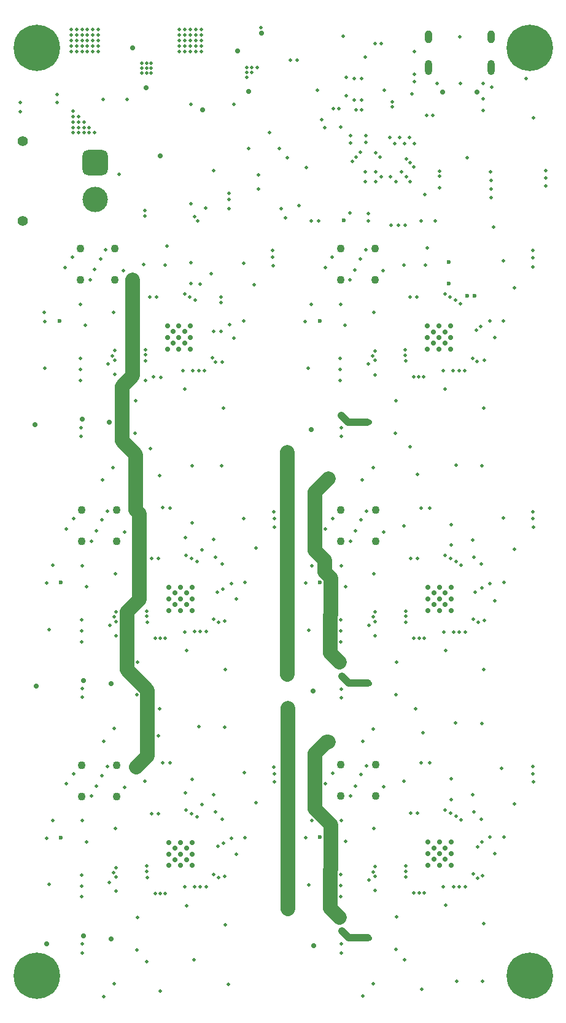
<source format=gbr>
%TF.GenerationSoftware,KiCad,Pcbnew,9.0.0*%
%TF.CreationDate,2025-05-05T23:42:48+04:00*%
%TF.ProjectId,Dumpling_Main,44756d70-6c69-46e6-975f-4d61696e2e6b,rev?*%
%TF.SameCoordinates,Original*%
%TF.FileFunction,Copper,L3,Inr*%
%TF.FilePolarity,Positive*%
%FSLAX46Y46*%
G04 Gerber Fmt 4.6, Leading zero omitted, Abs format (unit mm)*
G04 Created by KiCad (PCBNEW 9.0.0) date 2025-05-05 23:42:48*
%MOMM*%
%LPD*%
G01*
G04 APERTURE LIST*
G04 Aperture macros list*
%AMRoundRect*
0 Rectangle with rounded corners*
0 $1 Rounding radius*
0 $2 $3 $4 $5 $6 $7 $8 $9 X,Y pos of 4 corners*
0 Add a 4 corners polygon primitive as box body*
4,1,4,$2,$3,$4,$5,$6,$7,$8,$9,$2,$3,0*
0 Add four circle primitives for the rounded corners*
1,1,$1+$1,$2,$3*
1,1,$1+$1,$4,$5*
1,1,$1+$1,$6,$7*
1,1,$1+$1,$8,$9*
0 Add four rect primitives between the rounded corners*
20,1,$1+$1,$2,$3,$4,$5,0*
20,1,$1+$1,$4,$5,$6,$7,0*
20,1,$1+$1,$6,$7,$8,$9,0*
20,1,$1+$1,$8,$9,$2,$3,0*%
G04 Aperture macros list end*
%TA.AperFunction,ComponentPad*%
%ADD10C,0.800000*%
%TD*%
%TA.AperFunction,ComponentPad*%
%ADD11C,6.400000*%
%TD*%
%TA.AperFunction,ComponentPad*%
%ADD12O,1.000000X2.100000*%
%TD*%
%TA.AperFunction,ComponentPad*%
%ADD13O,1.000000X1.800000*%
%TD*%
%TA.AperFunction,ComponentPad*%
%ADD14C,1.400000*%
%TD*%
%TA.AperFunction,ComponentPad*%
%ADD15RoundRect,0.770000X0.980000X-0.980000X0.980000X0.980000X-0.980000X0.980000X-0.980000X-0.980000X0*%
%TD*%
%TA.AperFunction,ComponentPad*%
%ADD16C,3.500000*%
%TD*%
%TA.AperFunction,ComponentPad*%
%ADD17C,1.100000*%
%TD*%
%TA.AperFunction,HeatsinkPad*%
%ADD18C,1.100000*%
%TD*%
%TA.AperFunction,ViaPad*%
%ADD19C,0.500000*%
%TD*%
%TA.AperFunction,ViaPad*%
%ADD20C,0.600000*%
%TD*%
%TA.AperFunction,ViaPad*%
%ADD21C,0.700000*%
%TD*%
%TA.AperFunction,Conductor*%
%ADD22C,2.000000*%
%TD*%
%TA.AperFunction,Conductor*%
%ADD23C,1.000000*%
%TD*%
G04 APERTURE END LIST*
D10*
%TO.N,N/C*%
%TO.C,H3*%
X99400000Y-176000000D03*
X98697056Y-177697056D03*
X98697056Y-174302944D03*
X97000000Y-178400000D03*
D11*
X97000000Y-176000000D03*
D10*
X97000000Y-173600000D03*
X95302944Y-177697056D03*
X95302944Y-174302944D03*
X94600000Y-176000000D03*
%TD*%
%TO.N,N/C*%
%TO.C,H1*%
X94600000Y-48000000D03*
X95302944Y-46302944D03*
X95302944Y-49697056D03*
X97000000Y-45600000D03*
D11*
X97000000Y-48000000D03*
D10*
X97000000Y-50400000D03*
X98697056Y-46302944D03*
X98697056Y-49697056D03*
X99400000Y-48000000D03*
%TD*%
%TO.N,N/C*%
%TO.C,H2*%
X162600000Y-176000000D03*
X163302944Y-174302944D03*
X163302944Y-177697056D03*
X165000000Y-173600000D03*
D11*
X165000000Y-176000000D03*
D10*
X165000000Y-178400000D03*
X166697056Y-174302944D03*
X166697056Y-177697056D03*
X167400000Y-176000000D03*
%TD*%
%TO.N,N/C*%
%TO.C,H4*%
X162600000Y-48000000D03*
X163302944Y-46302944D03*
X163302944Y-49697056D03*
X165000000Y-45600000D03*
D11*
X165000000Y-48000000D03*
D10*
X165000000Y-50400000D03*
X166697056Y-46302944D03*
X166697056Y-49697056D03*
X167400000Y-48000000D03*
%TD*%
D12*
%TO.N,GND*%
%TO.C,J3*%
X159670000Y-50740000D03*
D13*
X159670000Y-46540000D03*
D12*
X151030000Y-50740000D03*
D13*
X151030000Y-46540000D03*
%TD*%
D14*
%TO.N,*%
%TO.C,J4*%
X95075000Y-71900000D03*
X95075000Y-60900000D03*
D15*
%TO.N,GND*%
X105075000Y-63900000D03*
D16*
%TO.N,Net-(J4-P)*%
X105075000Y-68900000D03*
%TD*%
D17*
%TO.N,GND*%
%TO.C,J8*%
X103005500Y-75719500D03*
X103005500Y-80019500D03*
X107805500Y-75719500D03*
X107805500Y-80019500D03*
%TD*%
%TO.N,GND*%
%TO.C,J11*%
X103229352Y-111777298D03*
X103229352Y-116077298D03*
X108029352Y-111777298D03*
X108029352Y-116077298D03*
%TD*%
%TO.N,GND*%
%TO.C,J14*%
X138949170Y-111787845D03*
X138949170Y-116087845D03*
X143749170Y-111787845D03*
X143749170Y-116087845D03*
%TD*%
%TO.N,GND*%
%TO.C,J17*%
X103229352Y-146977298D03*
X103229352Y-151277298D03*
X108029352Y-146977298D03*
X108029352Y-151277298D03*
%TD*%
%TO.N,GND*%
%TO.C,J20*%
X138949170Y-146934422D03*
X138949170Y-151234422D03*
X143749170Y-146934422D03*
X143749170Y-151234422D03*
%TD*%
D18*
%TO.N,GND*%
%TO.C,J23*%
X138891670Y-75730048D03*
X138891670Y-80030048D03*
X143691670Y-75730048D03*
X143691670Y-80030048D03*
%TD*%
D19*
%TO.N,GND*%
X122625000Y-91400000D03*
%TO.N,+3V3*%
X121625000Y-91400000D03*
X104750000Y-48500000D03*
X134943670Y-154596039D03*
X121623852Y-153457798D03*
X110874852Y-132771707D03*
X113124127Y-93425873D03*
X103250000Y-45500000D03*
X141934761Y-107636957D03*
X140200000Y-70800000D03*
X147943670Y-127268345D03*
X104750000Y-46250000D03*
X117500000Y-150800000D03*
X112848852Y-153682798D03*
X110600000Y-101200000D03*
X154793670Y-141200000D03*
X157900000Y-127300000D03*
X103250000Y-46250000D03*
X167250000Y-66000000D03*
X134943670Y-119449462D03*
X104000000Y-46250000D03*
X112625000Y-82425000D03*
X104000000Y-45500000D03*
X165461170Y-78250000D03*
X146543670Y-172414922D03*
X106272443Y-143684207D03*
X143543670Y-155714922D03*
X101750000Y-46250000D03*
X129518413Y-75956587D03*
X120300000Y-70160000D03*
X129798852Y-114107798D03*
X149686156Y-93436421D03*
X127600000Y-67525000D03*
X104000000Y-47750000D03*
X104750000Y-45500000D03*
X157700000Y-91300000D03*
X134886170Y-83391665D03*
X110874852Y-167971707D03*
X101750000Y-47000000D03*
X157343670Y-153414922D03*
X107823852Y-120557798D03*
X146543670Y-137268345D03*
X129575000Y-78050000D03*
X103250000Y-47750000D03*
X146486170Y-101210548D03*
X112000000Y-91200000D03*
X105500000Y-45500000D03*
X150750000Y-57375000D03*
X147886170Y-91210548D03*
X129742265Y-147214385D03*
X149100000Y-51690000D03*
X148511170Y-82435548D03*
X102500000Y-48500000D03*
X118297500Y-69525000D03*
X112223852Y-127257798D03*
X101750000Y-48500000D03*
X110823852Y-137257798D03*
D20*
X156400000Y-82250000D03*
D19*
X150550000Y-68275000D03*
X106272443Y-178884207D03*
X101750000Y-45500000D03*
D20*
X153850000Y-80500000D03*
D19*
X149743656Y-164640795D03*
X110823852Y-172457798D03*
X156400000Y-63200000D03*
X122100000Y-162500000D03*
X103250000Y-48500000D03*
X98000000Y-84500000D03*
X105500000Y-46250000D03*
X107600000Y-84500000D03*
X102500000Y-47750000D03*
X157800000Y-162600000D03*
X144970000Y-53900000D03*
X145900000Y-72500000D03*
X143486170Y-84510548D03*
X104000000Y-48500000D03*
X114023838Y-164683671D03*
X148568670Y-118493345D03*
X111950000Y-71200003D03*
X157343670Y-118268345D03*
X107823852Y-155757798D03*
X143543670Y-120568345D03*
X165462083Y-112024932D03*
X114023838Y-129483671D03*
X101750000Y-47750000D03*
X158575000Y-55075000D03*
X118700000Y-173800000D03*
X165461170Y-76000000D03*
X147943670Y-162414922D03*
X106048591Y-107626409D03*
X149743656Y-129494218D03*
X154193670Y-151739922D03*
X105500000Y-48500000D03*
X99223852Y-154638915D03*
X165518670Y-149264922D03*
X150000000Y-71900000D03*
X146594670Y-132782254D03*
X104750000Y-47750000D03*
X129742265Y-112014385D03*
X104750000Y-47000000D03*
X141055243Y-56568407D03*
X105500000Y-47750000D03*
X138950000Y-58955000D03*
X165462083Y-147171509D03*
X112848852Y-118482798D03*
X104000000Y-47000000D03*
X102500000Y-45500000D03*
X148568670Y-153639922D03*
X142750000Y-70900000D03*
X102500000Y-46250000D03*
X122400000Y-82400000D03*
X117500000Y-115600000D03*
X105500000Y-47000000D03*
X129798852Y-149307798D03*
X129100000Y-59700000D03*
X102500000Y-47000000D03*
X146537170Y-96724457D03*
X118250000Y-80525000D03*
X110651000Y-96713909D03*
X165518670Y-114118345D03*
X112223852Y-162457798D03*
X103250000Y-47000000D03*
X146594670Y-167928831D03*
X99223852Y-119438915D03*
X141992261Y-178841331D03*
X121623852Y-118257798D03*
X154193670Y-116593345D03*
X141992261Y-143694754D03*
X154931095Y-176818905D03*
X121374936Y-64950064D03*
X122100000Y-127300000D03*
%TO.N,SDIO_D7*%
X159650000Y-68700000D03*
X152600000Y-65050000D03*
%TO.N,IMU_INT*%
X147968506Y-63378321D03*
X149100000Y-52710000D03*
%TO.N,I2C3_SCL*%
X144509880Y-47446707D03*
X148500000Y-63900000D03*
%TO.N,Net-(U26-EN)*%
X118300000Y-55850000D03*
X124180000Y-55839000D03*
%TO.N,Net-(U25-EN)*%
X109499000Y-55169000D03*
X106150000Y-55150000D03*
D21*
%TO.N,Net-(U26-SW)*%
X126261000Y-54070000D03*
X124680000Y-48489000D03*
%TO.N,Net-(U25-SW)*%
X112050000Y-53569000D03*
X110250000Y-48019000D03*
D19*
%TO.N,USART_RX*%
X138650000Y-56400000D03*
X141650000Y-62450000D03*
%TO.N,I2C3_SDA*%
X143696733Y-47446680D03*
X149038654Y-64442168D03*
%TO.N,USART_TX*%
X141075000Y-63100000D03*
X137900000Y-56400000D03*
%TO.N,co6_SPI1_MOSI*%
X161462083Y-156946509D03*
X162918670Y-152364922D03*
%TO.N,SPI2_NSS6*%
X134500000Y-163500000D03*
X143750000Y-62463174D03*
X155518670Y-154514922D03*
%TO.N,co5_SPI1_MOSI*%
X125742265Y-156989385D03*
X127211352Y-152200000D03*
%TO.N,SPI2_NSS5*%
X98700000Y-163457798D03*
X144500000Y-65800000D03*
X119798852Y-152400000D03*
%TO.N,co2_SPI1_MOSI*%
X161404583Y-85742135D03*
X162861170Y-81160548D03*
%TO.N,co4_SPI1_MOSI*%
X161462083Y-121799932D03*
X162918670Y-117218345D03*
%TO.N,SPI2_NSS4*%
X134500000Y-128400000D03*
X152600000Y-65750003D03*
X155518670Y-119368345D03*
%TO.N,SPI2_NSS2*%
X152600000Y-67350000D03*
X134400000Y-92210548D03*
X155461170Y-83310548D03*
%TO.N,co1_SPI1_MOSI*%
X125518413Y-85731587D03*
X126975000Y-80700000D03*
%TO.N,co3_SPI1_MOSI*%
X127211352Y-117000000D03*
X125742265Y-121789385D03*
%TO.N,SPI2_NSS3*%
X134850000Y-71900000D03*
X119798852Y-117300000D03*
X98700000Y-128300000D03*
%TO.N,SPI2_NSS1*%
X135850000Y-71900000D03*
X98100000Y-92200000D03*
X119500000Y-80600000D03*
%TO.N,SPI2_SCK*%
X119098852Y-154107798D03*
X154818670Y-154064922D03*
X148536826Y-66463174D03*
X119098852Y-118907798D03*
X154818670Y-118918345D03*
X118875000Y-82850000D03*
X154761170Y-82860548D03*
%TO.N,SPI2_MISO*%
X118125000Y-82400000D03*
X154068670Y-118468345D03*
X118348852Y-153657798D03*
X154011170Y-82410548D03*
X147950000Y-65800000D03*
X118348852Y-118457798D03*
X154068670Y-153614922D03*
%TO.N,SPI2_MOSI*%
X117623852Y-153207798D03*
X153343670Y-153164922D03*
X153343670Y-118018345D03*
X147350000Y-65150000D03*
X117623852Y-118007798D03*
X117400000Y-81950000D03*
X153286170Y-81960548D03*
%TO.N,SPI1_NSS*%
X123550000Y-68100000D03*
X142300000Y-65150000D03*
%TO.N,SPI1_SCK*%
X142300000Y-66475000D03*
X130750000Y-70200000D03*
%TO.N,SPI1_MISO*%
X143750000Y-65150000D03*
X123550000Y-68925000D03*
%TO.N,SPI1_MOSI*%
X131350000Y-71450000D03*
X143750000Y-66450000D03*
%TO.N,co6_FLASH_WP*%
X150443658Y-164639855D03*
X154150000Y-148850000D03*
%TO.N,co6_FLASH_HOLD*%
X161100000Y-147400000D03*
X147910127Y-160871173D03*
%TO.N,co5_FLASH_WP*%
X114723840Y-164682731D03*
X118450000Y-148950000D03*
%TO.N,co5_FLASH_HOLD*%
X112190309Y-160914049D03*
X125600000Y-148000000D03*
%TO.N,co4_FLASH_WP*%
X154172610Y-113776947D03*
X150443658Y-129493278D03*
%TO.N,co4_FLASH_HOLD*%
X147910127Y-125724596D03*
X161350000Y-112850000D03*
%TO.N,co3_FLASH_WP*%
X114723840Y-129482731D03*
X118450000Y-113550000D03*
%TO.N,co3_FLASH_HOLD*%
X125550000Y-112950000D03*
X112190309Y-125714049D03*
%TO.N,co2_FLASH_WP*%
X150386158Y-93435481D03*
D20*
X153850000Y-77600000D03*
D19*
%TO.N,co2_FLASH_HOLD*%
X147852627Y-89666799D03*
X161350000Y-77400000D03*
%TO.N,Trigger*%
X160213083Y-159200000D03*
X136750000Y-59000000D03*
X124525000Y-159300000D03*
X124200000Y-88050000D03*
X124500000Y-124050000D03*
X160144087Y-88019087D03*
X160212083Y-124273440D03*
%TO.N,I2C2_SCL*%
X122400000Y-87125000D03*
X122700000Y-122700000D03*
X158225000Y-86425000D03*
X158400000Y-157600000D03*
X146885000Y-72485000D03*
X158400000Y-122500000D03*
X122773852Y-157750000D03*
%TO.N,I2C2_SDA*%
X147800000Y-72500000D03*
X147861170Y-90410548D03*
X147918670Y-161614922D03*
X111975000Y-90400000D03*
X112198852Y-126457798D03*
X112198852Y-161657798D03*
X147918670Y-126468345D03*
%TO.N,I2C1_SCL*%
X119187500Y-71900000D03*
%TO.N,I2C1_SDA*%
X118750000Y-71325000D03*
%TO.N,co1_FLASH_WP*%
X114100000Y-93450000D03*
X118250000Y-77650000D03*
%TO.N,co1_FLASH_HOLD*%
X125550000Y-77750000D03*
X111966457Y-89656251D03*
%TO.N,buzzer*%
X131550000Y-63150000D03*
X140306587Y-61106587D03*
%TO.N,Net-(SW1-B)*%
X139700000Y-52090000D03*
X158575000Y-56675000D03*
%TO.N,BOOT0*%
X139700000Y-54615000D03*
X142400000Y-60150000D03*
%TO.N,VBAT*%
X108375000Y-65425000D03*
%TO.N,co6_gpio1*%
X143693670Y-162364922D03*
X154493670Y-163739922D03*
%TO.N,co6_pwr_cyc*%
X157800000Y-158300000D03*
X142793670Y-162814922D03*
%TO.N,co6_gpio2*%
X143400000Y-161714922D03*
X155293670Y-163739922D03*
%TO.N,co6_gpio4*%
X139617575Y-157514922D03*
X157200000Y-162021017D03*
%TO.N,co6_gpio3*%
X156099765Y-163739922D03*
X143693670Y-161000000D03*
%TO.N,co6_USB_D-_ESD*%
X141749170Y-148300000D03*
X140939170Y-149844422D03*
X151200000Y-146700000D03*
%TO.N,co5_gpio2*%
X107623852Y-161801581D03*
X119573852Y-163782798D03*
%TO.N,co5_gpio4*%
X121400000Y-162063893D03*
X103897757Y-157557798D03*
%TO.N,co5_pwr_cyc*%
X107050000Y-163150000D03*
X122000000Y-158200000D03*
%TO.N,co5_gpio3*%
X107981926Y-161112344D03*
X120379947Y-163782798D03*
%TO.N,co5_gpio1*%
X118773852Y-163782798D03*
X107973852Y-162407798D03*
%TO.N,co5_USB_D-_ESD*%
X105219352Y-149887298D03*
X115400000Y-146700000D03*
X106021477Y-148407875D03*
%TO.N,co4_gpio4*%
X157200000Y-126874440D03*
X139617575Y-122368345D03*
%TO.N,co4_pwr_cyc*%
X142793670Y-127668345D03*
X157500000Y-123100000D03*
%TO.N,co4_gpio1*%
X154493670Y-128593345D03*
X143693670Y-127218345D03*
%TO.N,co4_gpio2*%
X143400000Y-126500000D03*
X155293670Y-128593345D03*
%TO.N,co4_gpio3*%
X156099765Y-128593345D03*
X143693670Y-125800000D03*
%TO.N,co4_USB_D-_ESD*%
X151200000Y-111500000D03*
X141749170Y-113100000D03*
X140939170Y-114697845D03*
%TO.N,co3_gpio4*%
X121400000Y-126863893D03*
X103897757Y-122357798D03*
%TO.N,co3_gpio2*%
X107700000Y-126500000D03*
X119573852Y-128582798D03*
%TO.N,co3_pwr_cyc*%
X121900000Y-123100000D03*
X107073852Y-127657798D03*
%TO.N,co3_gpio3*%
X120379947Y-128582798D03*
X107973852Y-125807798D03*
%TO.N,co3_gpio1*%
X118773852Y-128582798D03*
X107973852Y-127207798D03*
%TO.N,co3_USB_D-_ESD*%
X105219352Y-114687298D03*
X115400000Y-111500000D03*
X106029352Y-113100000D03*
%TO.N,co2_gpio2*%
X155236170Y-92535548D03*
X143300000Y-90510548D03*
%TO.N,co2_gpio3*%
X143636170Y-89860548D03*
X156042265Y-92535548D03*
%TO.N,co2_pwr_cyc*%
X157600000Y-87000000D03*
X142736170Y-91610548D03*
%TO.N,co2_gpio1*%
X143637517Y-91160480D03*
X154436170Y-92535548D03*
%TO.N,co2_gpio4*%
X139560075Y-86310548D03*
X157100000Y-90825000D03*
%TO.N,co1_USB_D-_ESD*%
X115000000Y-75400000D03*
X104995500Y-78629500D03*
X105785500Y-77109500D03*
%TO.N,co1_gpio4*%
X103673905Y-86300000D03*
X121200000Y-90806095D03*
%TO.N,co1_pwr_cyc*%
X106850000Y-91600000D03*
X121375000Y-87100000D03*
%TO.N,co1_gpio3*%
X107750000Y-89750000D03*
X120156095Y-92525000D03*
%TO.N,co1_gpio2*%
X107400000Y-90500000D03*
X119350000Y-92525000D03*
%TO.N,co1_gpio1*%
X107750000Y-91150000D03*
X118550000Y-92525000D03*
%TO.N,co2_USB_D-_ESD*%
X150886170Y-75600000D03*
X141671670Y-77120048D03*
X140881670Y-78640048D03*
%TO.N,SDIO_CMD*%
X167250000Y-64950000D03*
X145720924Y-60350000D03*
%TO.N,SDIO_CLK*%
X159650000Y-67500000D03*
X146400000Y-61200000D03*
%TO.N,SDIO_D2*%
X147750000Y-61200000D03*
X159625000Y-65125000D03*
%TO.N,SDIO_D3*%
X147070924Y-60350000D03*
X159650000Y-66300000D03*
%TO.N,SWCLK*%
X99850000Y-55600000D03*
X148420924Y-60350000D03*
%TO.N,SWDIO*%
X149100000Y-61200000D03*
X99850000Y-54475000D03*
%TO.N,co6_RGB_LED*%
X159543670Y-156900000D03*
D20*
X136075765Y-156938922D03*
%TO.N,co5_RGB_LED*%
X100355947Y-156981798D03*
D19*
X123823852Y-157100000D03*
%TO.N,co4_RGB_LED*%
X159543670Y-121900000D03*
D20*
X136075765Y-121792345D03*
D19*
%TO.N,co3_RGB_LED*%
X123823852Y-121900000D03*
D20*
X100355947Y-121781798D03*
%TO.N,co2_RGB_LED*%
X136018265Y-85734548D03*
D19*
X159487731Y-85700000D03*
%TO.N,co1_RGB_LED*%
X123600000Y-86200000D03*
D20*
X100132095Y-85724000D03*
D19*
%TO.N,RGB_LED*%
X140297250Y-60127520D03*
X130425000Y-61900000D03*
%TO.N,VBUS*%
X147623670Y-77960548D03*
X104579352Y-151257798D03*
X142443670Y-147114922D03*
X140299170Y-151214922D03*
X104579352Y-116057798D03*
X142443670Y-111968345D03*
X106723852Y-147157798D03*
X140299170Y-116068345D03*
X111961352Y-149207798D03*
X142386170Y-75910548D03*
X104355500Y-80000000D03*
X106723852Y-111957798D03*
X111961352Y-114007798D03*
D21*
X152950000Y-54137500D03*
X157750000Y-54137500D03*
X114050000Y-62937500D03*
D19*
X147681170Y-149164922D03*
X140241670Y-80010548D03*
X106500000Y-75900000D03*
X147681170Y-114018345D03*
X111737500Y-77950000D03*
%TO.N,co6_NRST*%
X147700000Y-173839221D03*
X146000000Y-55462834D03*
X153082252Y-163782252D03*
%TO.N,co5_NRST*%
X112200000Y-174100000D03*
X117398852Y-163788711D03*
X146000000Y-56162837D03*
%TO.N,co4_NRST*%
X144380913Y-63094087D03*
X153118670Y-128599258D03*
X149300000Y-139231655D03*
%TO.N,co3_NRST*%
X146550000Y-66450000D03*
X117398852Y-128588711D03*
X113950000Y-139200000D03*
%TO.N,co2_NRST*%
X145800000Y-65800000D03*
X148500000Y-103100000D03*
X153061170Y-92541461D03*
D21*
%TO.N,+5V*%
X142943670Y-170914922D03*
D19*
X117450000Y-47750000D03*
X159750000Y-53475000D03*
X119700000Y-47750000D03*
D21*
X119900000Y-56600000D03*
D19*
X119700000Y-45500000D03*
X116700000Y-47750000D03*
X116700000Y-47000000D03*
D21*
X96750000Y-100000000D03*
D19*
X117450000Y-46250000D03*
X117450000Y-47000000D03*
X118950000Y-46250000D03*
X119700000Y-47000000D03*
X117450000Y-45500000D03*
D21*
X107223852Y-135757798D03*
D19*
X118950000Y-48500000D03*
X118950000Y-45500000D03*
X118200000Y-47000000D03*
X118200000Y-48500000D03*
D21*
X127980000Y-45979500D03*
D19*
X116700000Y-45500000D03*
X118200000Y-46250000D03*
X116700000Y-46250000D03*
X119700000Y-48500000D03*
X127950000Y-45249982D03*
X118200000Y-45500000D03*
D21*
X107223852Y-170957798D03*
X98350000Y-171600000D03*
D19*
X118200000Y-47750000D03*
D21*
X142943670Y-135768345D03*
D19*
X116700000Y-48500000D03*
D21*
X142886170Y-99710548D03*
D19*
X117450000Y-48500000D03*
X139250000Y-46450000D03*
X118950000Y-47000000D03*
D21*
X107000000Y-99700000D03*
X96950000Y-136100000D03*
D19*
X119700000Y-46250000D03*
X118950000Y-47750000D03*
%TO.N,VIN*%
X102000000Y-59750000D03*
X105000000Y-59750000D03*
D21*
X134877190Y-100722810D03*
D19*
X102750000Y-59000000D03*
D21*
X103473852Y-135307798D03*
D19*
X104250000Y-59000000D03*
X102000000Y-57500000D03*
X104250000Y-59750000D03*
X102750000Y-57500000D03*
D21*
X103473852Y-170507798D03*
D19*
X103500000Y-58250000D03*
X103500000Y-59750000D03*
X102000000Y-56750000D03*
X102000000Y-58250000D03*
D21*
X103250000Y-99250000D03*
D19*
X102750000Y-59750000D03*
X103500000Y-59000000D03*
D21*
X135077190Y-136722810D03*
D19*
X102750000Y-58250000D03*
D21*
X135177190Y-171922810D03*
D19*
X102000000Y-59000000D03*
%TO.N,co1_NRST*%
X112700000Y-103300000D03*
X142750000Y-71900000D03*
X117175000Y-92530913D03*
D21*
%TO.N,GND*%
X150962575Y-157596017D03*
X115018905Y-86381095D03*
X150962575Y-122449440D03*
D19*
X121423852Y-151082798D03*
D21*
X153305075Y-87191643D03*
X153362575Y-123249440D03*
D19*
X127455000Y-50704500D03*
X158700000Y-127000000D03*
D21*
X153362575Y-159996017D03*
D19*
X109148852Y-150007798D03*
X138993670Y-119468345D03*
X157143670Y-151039922D03*
X149492261Y-118494754D03*
D21*
X115242757Y-125638893D03*
D19*
X107723852Y-177157798D03*
D21*
X152562575Y-122449440D03*
X150905075Y-89591643D03*
D20*
X139340000Y-71787500D03*
D19*
X107723852Y-141957798D03*
X138993670Y-154614922D03*
X139000000Y-101600000D03*
D21*
X154162575Y-122449440D03*
X154105075Y-89591643D03*
D19*
X153311170Y-95135548D03*
D21*
X150905075Y-87991643D03*
X154162575Y-160796017D03*
D19*
X111500000Y-50159500D03*
X138943670Y-165114922D03*
X138880075Y-90904453D03*
X137786170Y-76910548D03*
X129525000Y-76930000D03*
X134036170Y-85810548D03*
X98150000Y-85800000D03*
D21*
X118442757Y-122438893D03*
X117642757Y-123238893D03*
X152562575Y-160796017D03*
X152562575Y-157596017D03*
X151762575Y-124849440D03*
D19*
X159975000Y-72775000D03*
D21*
X118442757Y-124038893D03*
D19*
X117648852Y-131182798D03*
X103273852Y-119457798D03*
X109148852Y-114807798D03*
X138937575Y-162108827D03*
X98373852Y-121857798D03*
X103323852Y-171657798D03*
X165512500Y-57687500D03*
X144868670Y-114818345D03*
X122623852Y-154457798D03*
D21*
X154105075Y-87991643D03*
D19*
X158343670Y-154414922D03*
X103223852Y-129957798D03*
X158525000Y-162200000D03*
X150653907Y-77970995D03*
X114750000Y-78000000D03*
X122900000Y-127100000D03*
X126680000Y-50704500D03*
D21*
X154162575Y-159196017D03*
D19*
X138886170Y-93910548D03*
D21*
X116842757Y-125638893D03*
X151762575Y-159996017D03*
D19*
X103217757Y-126951703D03*
X122973852Y-133782798D03*
X117648852Y-166382798D03*
X101900000Y-76900000D03*
D21*
X116842757Y-160838893D03*
D19*
X112800000Y-51459500D03*
D21*
X152505075Y-86391643D03*
D19*
X139043670Y-171614922D03*
D21*
X151762575Y-123249440D03*
D19*
X125955000Y-50704500D03*
X125955000Y-52079500D03*
X142300000Y-49300000D03*
D21*
X116842757Y-124038893D03*
D19*
X113772443Y-153684207D03*
X167250000Y-67050000D03*
X149075000Y-48500000D03*
X101123852Y-114382798D03*
X103223852Y-163657798D03*
X113772443Y-118484207D03*
D21*
X153362575Y-124849440D03*
X115242757Y-160838893D03*
X154162575Y-157596017D03*
D19*
X149043655Y-129500000D03*
D21*
X115018905Y-87981095D03*
D19*
X155350000Y-46540000D03*
D21*
X116842757Y-122438893D03*
D19*
X113548591Y-82426409D03*
X136843670Y-149539922D03*
X114006095Y-178143905D03*
X165468670Y-112998345D03*
X133195000Y-69800000D03*
X148986170Y-93431530D03*
X103217757Y-162151703D03*
X136843670Y-114393345D03*
X123406095Y-177193905D03*
D21*
X154162575Y-124049440D03*
X152505075Y-87991643D03*
D19*
X153368670Y-166339922D03*
X101123852Y-149582798D03*
X158693670Y-133793345D03*
X121423852Y-115882798D03*
D21*
X117642757Y-124838893D03*
D19*
X122973852Y-168982798D03*
D21*
X154162575Y-125649440D03*
X151762575Y-158396017D03*
X115242757Y-159238893D03*
D19*
X107973852Y-164357798D03*
X102993905Y-90893905D03*
X150056170Y-111493345D03*
X132930000Y-49755000D03*
D21*
X117642757Y-160038893D03*
D19*
X153368670Y-131193345D03*
D20*
X157400000Y-82250000D03*
D19*
X103125000Y-101650000D03*
D21*
X116618905Y-87981095D03*
D19*
X143693670Y-164314922D03*
D21*
X116842757Y-159238893D03*
D19*
X165468670Y-148144922D03*
D21*
X117642757Y-158438893D03*
D19*
X103000000Y-92400000D03*
X139043670Y-136468345D03*
D21*
X151705075Y-88791643D03*
D19*
X113323852Y-164678780D03*
D21*
X115242757Y-122438893D03*
D19*
X125955000Y-51379500D03*
X139050000Y-137725000D03*
X103273852Y-154657798D03*
D21*
X154105075Y-86391643D03*
X117418905Y-88781095D03*
D19*
X155400000Y-52900000D03*
X143386170Y-105910548D03*
D21*
X152562575Y-159196017D03*
D19*
X122925000Y-162300000D03*
X143443670Y-141968345D03*
X117425000Y-95125000D03*
X134155000Y-64550000D03*
X138943670Y-163614922D03*
X103223852Y-128457798D03*
X103000000Y-93900000D03*
X113323852Y-129478780D03*
X122623852Y-119257798D03*
D21*
X116042757Y-158438893D03*
D19*
X111975000Y-93950000D03*
X151650000Y-57375000D03*
X152200000Y-52900000D03*
X150100000Y-177900000D03*
X94700000Y-56870000D03*
X137843670Y-148114922D03*
D21*
X150962575Y-124049440D03*
X150962575Y-159196017D03*
D19*
X126680000Y-51379500D03*
X144868670Y-149964922D03*
X121100000Y-79200000D03*
X129748852Y-112987798D03*
X129748852Y-148187798D03*
X144811170Y-78760548D03*
X137843670Y-112968345D03*
X157143670Y-115893345D03*
X114336352Y-111482798D03*
X112150000Y-50159500D03*
X138936170Y-83410548D03*
X111500000Y-50809500D03*
X135750000Y-53900000D03*
X151950000Y-71900000D03*
D21*
X118218905Y-87981095D03*
D19*
X114336352Y-146682798D03*
D21*
X118442757Y-157638893D03*
D19*
X158631170Y-168877422D03*
X141800000Y-52300000D03*
X158506095Y-176843905D03*
X112150000Y-51459500D03*
X148775000Y-54375000D03*
X138937575Y-126962250D03*
X150056170Y-146639922D03*
X140525000Y-63700000D03*
D21*
X115818905Y-88781095D03*
X152562575Y-125649440D03*
D19*
X103323852Y-136457798D03*
D21*
X153362575Y-158396017D03*
X115242757Y-124038893D03*
D19*
X138886170Y-92410548D03*
X103050000Y-83400000D03*
D21*
X116842757Y-157638893D03*
X118442757Y-125638893D03*
D19*
X112800000Y-50809500D03*
D21*
X115818905Y-87181095D03*
D19*
X136275000Y-57965000D03*
D21*
X118218905Y-89581095D03*
D19*
X139043670Y-172900000D03*
D21*
X116618905Y-86381095D03*
X116618905Y-89581095D03*
D19*
X112150000Y-50809500D03*
X141825000Y-56600000D03*
X143693670Y-129168345D03*
X126225000Y-61875000D03*
X138943670Y-129968345D03*
X149434761Y-82436957D03*
D21*
X150962575Y-160796017D03*
X115242757Y-157638893D03*
D19*
X149492261Y-153641331D03*
D21*
X118442757Y-160838893D03*
D19*
X112800000Y-50159500D03*
X107750000Y-93100000D03*
X158636170Y-97735548D03*
X149511170Y-106843905D03*
X122400000Y-83200000D03*
D21*
X116042757Y-124838893D03*
D19*
X149043670Y-164635904D03*
X111950000Y-70450000D03*
D21*
X116042757Y-160038893D03*
D19*
X158368670Y-141225000D03*
X122750000Y-97725000D03*
X138943670Y-128468345D03*
X143636170Y-93110548D03*
X103223852Y-165157798D03*
X138986170Y-100410548D03*
X134093670Y-157014922D03*
D21*
X115018905Y-89581095D03*
D19*
X123550000Y-70201000D03*
X136786170Y-78335548D03*
D21*
X116042757Y-123238893D03*
X153305075Y-88791643D03*
D19*
X107973852Y-129157798D03*
X150268670Y-142525000D03*
X103100000Y-100400000D03*
X143443670Y-177114922D03*
X158700000Y-91120000D03*
D21*
X152562575Y-124049440D03*
D19*
X158575000Y-52900000D03*
D21*
X150962575Y-125649440D03*
X152505075Y-89591643D03*
D19*
X108925000Y-78750000D03*
X103325000Y-172925000D03*
X100900000Y-78325000D03*
D21*
X117418905Y-87181095D03*
D19*
X102123852Y-148157798D03*
X103325000Y-137625000D03*
X127597500Y-65520000D03*
D21*
X151705075Y-87191643D03*
X118218905Y-86381095D03*
D19*
X98373852Y-157057798D03*
X107500000Y-105900000D03*
X158343670Y-119268345D03*
X165461170Y-77000000D03*
X111500000Y-51459500D03*
X134093670Y-121868345D03*
X102123852Y-112957798D03*
X164500000Y-52225000D03*
D21*
X118442757Y-159238893D03*
X150905075Y-86391643D03*
D19*
%TO.N,NRST*%
X94700000Y-55600000D03*
X131970000Y-49755000D03*
X142400000Y-61100000D03*
%TO.N,I2C1_SDA*%
X140800000Y-55200000D03*
%TO.N,I2C1_SCL*%
X141800000Y-55187500D03*
%TO.N,+3V3*%
X154831095Y-105618905D03*
%TO.N,GND*%
X158406095Y-105643905D03*
%TO.N,+3V3*%
X119331095Y-141697596D03*
%TO.N,GND*%
X113806095Y-142943905D03*
X122906095Y-141722596D03*
X113925000Y-106996309D03*
X122500000Y-105700000D03*
%TO.N,+3V3*%
X118450000Y-105671309D03*
X140800000Y-52300000D03*
%TD*%
D22*
%TO.N,VBUS*%
X110250000Y-80000000D02*
X110250000Y-93250000D01*
X110250000Y-93250000D02*
X108750000Y-94750000D01*
X109423852Y-125826148D02*
X109423852Y-133805774D01*
X108750000Y-102250000D02*
X110653886Y-104153886D01*
X108750000Y-94750000D02*
X108750000Y-102250000D01*
X112274852Y-145725148D02*
X110750000Y-147250000D01*
X111130352Y-112289289D02*
X111130352Y-124119648D01*
X110653886Y-111812823D02*
X111130352Y-112289289D01*
X110653886Y-104153886D02*
X110653886Y-111812823D01*
X111130352Y-124119648D02*
X109423852Y-125826148D01*
X109423852Y-133805774D02*
X112274852Y-136656774D01*
X112274852Y-136656774D02*
X112274852Y-145725148D01*
%TO.N,+5V*%
X136697500Y-118697500D02*
X136697500Y-120291345D01*
X137486575Y-161507803D02*
X137486575Y-166736575D01*
X137486575Y-166736575D02*
X138750000Y-168000000D01*
X137250000Y-107500000D02*
X135392670Y-109357330D01*
D23*
X140014512Y-135637823D02*
X139099590Y-134722901D01*
D22*
X137486575Y-126361226D02*
X137486575Y-131486575D01*
D23*
X139928886Y-99637823D02*
X139013964Y-98722901D01*
X140043808Y-170752745D02*
X139128886Y-169837823D01*
D22*
X137576765Y-126271036D02*
X137486575Y-126361226D01*
D23*
X142557634Y-99637823D02*
X139928886Y-99637823D01*
X142643260Y-135637823D02*
X140014512Y-135637823D01*
D22*
X135392670Y-145357330D02*
X137000000Y-143750000D01*
X135392670Y-145357330D02*
X135392670Y-152993015D01*
D23*
X142672556Y-170752745D02*
X140043808Y-170752745D01*
D22*
X135392670Y-117392670D02*
X136697500Y-118697500D01*
X135392670Y-109357330D02*
X135392670Y-117392670D01*
X137576765Y-161417613D02*
X137486575Y-161507803D01*
X137486575Y-131486575D02*
X138750000Y-132750000D01*
X137576765Y-155177110D02*
X137576765Y-161417613D01*
X137000000Y-143750000D02*
X137250000Y-143750000D01*
X136697500Y-120291345D02*
X137576765Y-121170610D01*
X137576765Y-121170610D02*
X137576765Y-126271036D01*
X135392670Y-152993015D02*
X137576765Y-155177110D01*
%TO.N,VIN*%
X131653886Y-139137823D02*
X131653886Y-166837823D01*
X131528886Y-103837823D02*
X131528886Y-134437823D01*
%TD*%
M02*

</source>
